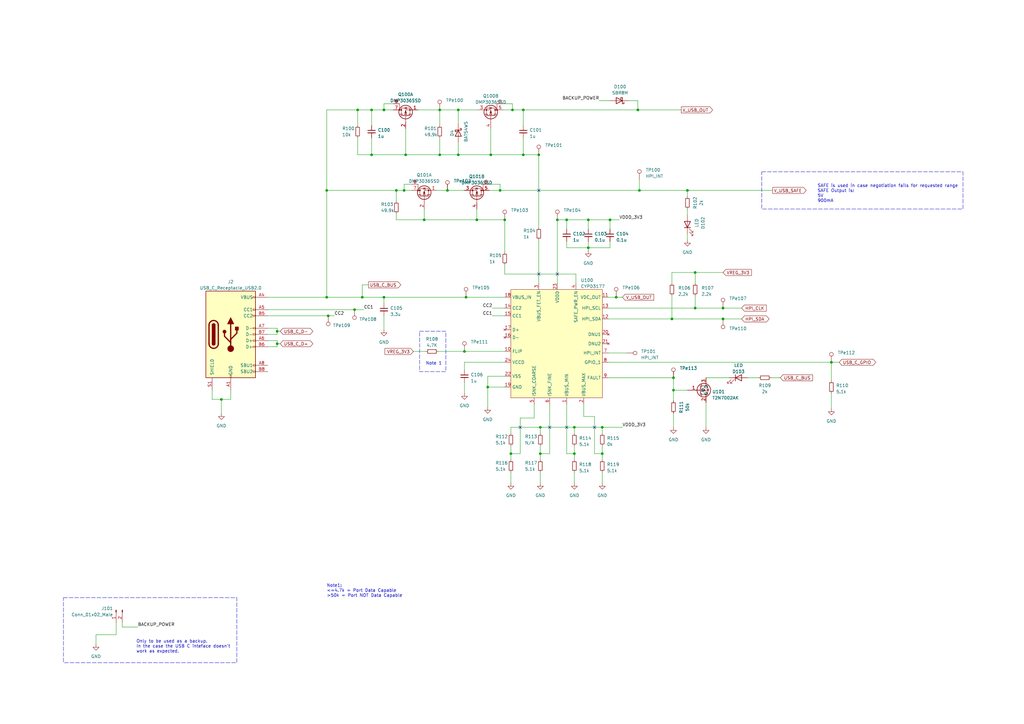
<source format=kicad_sch>
(kicad_sch (version 20230121) (generator eeschema)
  (paper "A3")
  (lib_symbols
    (symbol "Connector:Conn_01x02_Male" (pin_names (offset 1.016) hide)
      (property "Reference" "J" (at 0 2.54 0))
      (property "Value" "Conn_01x02_Male" (at 0 -5.08 0))
      (symbol "Conn_01x02_Male_1_1"
        (polyline (pts (xy 1.27 -2.54) (xy 0.8636 -2.54)) (stroke (width 0.1524)))
        (polyline (pts (xy 1.27 0) (xy 0.8636 0)) (stroke (width 0.1524)))
        (rectangle (start 0.8636 -2.413) (end 0 -2.667) (stroke (width 0.1524)) (fill (type outline)))
        (rectangle (start 0.8636 0.127) (end 0 -0.127) (stroke (width 0.1524)) (fill (type outline)))
        (pin passive line (at 5.08 0 180) (length 3.81) (name "Pin_1") (number "1"))
        (pin passive line (at 5.08 -2.54 180) (length 3.81) (name "Pin_2") (number "2"))
      )
    )
    (symbol "Connector:TestPoint" (pin_numbers hide) (pin_names (offset 0.762) hide)
      (property "Reference" "TP" (at 0 6.858 0))
      (property "Value" "TestPoint" (at 0 5.08 0))
      (symbol "TestPoint_0_1"
        (circle (center 0 3.302) (radius 0.762))
      )
      (symbol "TestPoint_1_1"
        (pin passive line (at 0 0 90) (length 2.54) (name "1") (number "1"))
      )
    )
    (symbol "Connector:USB_C_Receptacle_USB2.0" (pin_names (offset 1.016))
      (property "Reference" "J" (at -10.16 19.05 0))
      (property "Value" "USB_C_Receptacle_USB2.0" (at 19.05 19.05 0))
      (symbol "USB_C_Receptacle_USB2.0_0_0"
        (rectangle (start -0.254 -17.78) (end 0.254 -16.764))
        (rectangle (start 10.16 -14.986) (end 9.144 -15.494))
        (rectangle (start 10.16 -12.446) (end 9.144 -12.954))
        (rectangle (start 10.16 -4.826) (end 9.144 -5.334))
        (rectangle (start 10.16 -2.286) (end 9.144 -2.794))
        (rectangle (start 10.16 0.254) (end 9.144 -0.254))
        (rectangle (start 10.16 2.794) (end 9.144 2.286))
        (rectangle (start 10.16 7.874) (end 9.144 7.366))
        (rectangle (start 10.16 10.414) (end 9.144 9.906))
        (rectangle (start 10.16 15.494) (end 9.144 14.986))
      )
      (symbol "USB_C_Receptacle_USB2.0_0_1"
        (rectangle (start -10.16 17.78) (end 10.16 -17.78) (stroke (width 0.254)) (fill (type background)))
        (arc (start -8.89 -3.81) (mid -6.985 -5.7067) (end -5.08 -3.81) (stroke (width 0.508)))
        (arc (start -7.62 -3.81) (mid -6.985 -4.4423) (end -6.35 -3.81) (stroke (width 0.254)))
        (arc (start -7.62 -3.81) (mid -6.985 -4.4423) (end -6.35 -3.81) (stroke (width 0.254)) (fill (type outline)))
        (rectangle (start -7.62 -3.81) (end -6.35 3.81) (stroke (width 0.254)) (fill (type outline)))
        (arc (start -6.35 3.81) (mid -6.985 4.4423) (end -7.62 3.81) (stroke (width 0.254)))
        (arc (start -6.35 3.81) (mid -6.985 4.4423) (end -7.62 3.81) (stroke (width 0.254)) (fill (type outline)))
        (arc (start -5.08 3.81) (mid -6.985 5.7067) (end -8.89 3.81) (stroke (width 0.508)))
        (circle (center -2.54 1.143) (radius 0.635) (stroke (width 0.254)) (fill (type outline)))
        (circle (center 0 -5.842) (radius 1.27) (fill (type outline)))
        (polyline (pts (xy -8.89 -3.81) (xy -8.89 3.81)) (stroke (width 0.508)))
        (polyline (pts (xy -5.08 3.81) (xy -5.08 -3.81)) (stroke (width 0.508)))
        (polyline (pts (xy 0 -5.842) (xy 0 4.318)) (stroke (width 0.508)))
        (polyline (pts (xy 0 -3.302) (xy -2.54 -0.762) (xy -2.54 0.508)) (stroke (width 0.508)))
        (polyline (pts (xy 0 -2.032) (xy 2.54 0.508) (xy 2.54 1.778)) (stroke (width 0.508)))
        (polyline (pts (xy -1.27 4.318) (xy 0 6.858) (xy 1.27 4.318) (xy -1.27 4.318)) (stroke (width 0.254)) (fill (type outline)))
        (rectangle (start 1.905 1.778) (end 3.175 3.048) (stroke (width 0.254)) (fill (type outline)))
      )
      (symbol "USB_C_Receptacle_USB2.0_1_1"
        (pin passive line (at 0 -22.86 90) (length 5.08) (name "GND") (number "A1"))
        (pin passive line (at 0 -22.86 90) (length 5.08) hide (name "GND") (number "A12"))
        (pin passive line (at 15.24 15.24 180) (length 5.08) (name "VBUS") (number "A4"))
        (pin bidirectional line (at 15.24 10.16 180) (length 5.08) (name "CC1") (number "A5"))
        (pin bidirectional line (at 15.24 -2.54 180) (length 5.08) (name "D+") (number "A6"))
        (pin bidirectional line (at 15.24 2.54 180) (length 5.08) (name "D-") (number "A7"))
        (pin bidirectional line (at 15.24 -12.7 180) (length 5.08) (name "SBU1") (number "A8"))
        (pin passive line (at 15.24 15.24 180) (length 5.08) hide (name "VBUS") (number "A9"))
        (pin passive line (at 0 -22.86 90) (length 5.08) hide (name "GND") (number "B1"))
        (pin passive line (at 0 -22.86 90) (length 5.08) hide (name "GND") (number "B12"))
        (pin passive line (at 15.24 15.24 180) (length 5.08) hide (name "VBUS") (number "B4"))
        (pin bidirectional line (at 15.24 7.62 180) (length 5.08) (name "CC2") (number "B5"))
        (pin bidirectional line (at 15.24 -5.08 180) (length 5.08) (name "D+") (number "B6"))
        (pin bidirectional line (at 15.24 0 180) (length 5.08) (name "D-") (number "B7"))
        (pin bidirectional line (at 15.24 -15.24 180) (length 5.08) (name "SBU2") (number "B8"))
        (pin passive line (at 15.24 15.24 180) (length 5.08) hide (name "VBUS") (number "B9"))
        (pin passive line (at -7.62 -22.86 90) (length 5.08) (name "SHIELD") (number "S1"))
      )
    )
    (symbol "Device:C_Small" (pin_numbers hide) (pin_names (offset 0.254) hide)
      (property "Reference" "C" (at 0.254 1.778 0))
      (property "Value" "C_Small" (at 0.254 -2.032 0))
      (symbol "C_Small_0_1"
        (polyline (pts (xy -1.524 -0.508) (xy 1.524 -0.508)) (stroke (width 0.3302)))
        (polyline (pts (xy -1.524 0.508) (xy 1.524 0.508)) (stroke (width 0.3048)))
      )
      (symbol "C_Small_1_1"
        (pin passive line (at 0 2.54 270) (length 2.032) (name "~") (number "1"))
        (pin passive line (at 0 -2.54 90) (length 2.032) (name "~") (number "2"))
      )
    )
    (symbol "Device:D_Schottky" (pin_numbers hide) (pin_names (offset 1.016) hide)
      (property "Reference" "D" (at 0 2.54 0))
      (property "Value" "D_Schottky" (at 0 -2.54 0))
      (symbol "D_Schottky_0_1"
        (polyline (pts (xy 1.27 0) (xy -1.27 0)))
        (polyline (pts (xy 1.27 1.27) (xy 1.27 -1.27) (xy -1.27 0) (xy 1.27 1.27)) (stroke (width 0.254)))
        (polyline (pts (xy -1.905 0.635) (xy -1.905 1.27) (xy -1.27 1.27) (xy -1.27 -1.27) (xy -0.635 -1.27) (xy -0.635 -0.635)) (stroke (width 0.254)))
      )
      (symbol "D_Schottky_1_1"
        (pin passive line (at -3.81 0 0) (length 2.54) (name "K") (number "1"))
        (pin passive line (at 3.81 0 180) (length 2.54) (name "A") (number "2"))
      )
    )
    (symbol "Device:LED" (pin_numbers hide) (pin_names (offset 1.016) hide)
      (property "Reference" "D" (at 0 2.54 0))
      (property "Value" "LED" (at 0 -2.54 0))
      (symbol "LED_0_1"
        (polyline (pts (xy -1.27 -1.27) (xy -1.27 1.27)) (stroke (width 0.254)))
        (polyline (pts (xy -1.27 0) (xy 1.27 0)))
        (polyline (pts (xy 1.27 -1.27) (xy 1.27 1.27) (xy -1.27 0) (xy 1.27 -1.27)) (stroke (width 0.254)))
        (polyline (pts (xy -3.048 -0.762) (xy -4.572 -2.286) (xy -3.81 -2.286) (xy -4.572 -2.286) (xy -4.572 -1.524)))
        (polyline (pts (xy -1.778 -0.762) (xy -3.302 -2.286) (xy -2.54 -2.286) (xy -3.302 -2.286) (xy -3.302 -1.524)))
      )
      (symbol "LED_1_1"
        (pin passive line (at -3.81 0 0) (length 2.54) (name "K") (number "1"))
        (pin passive line (at 3.81 0 180) (length 2.54) (name "A") (number "2"))
      )
    )
    (symbol "Device:Q_Dual_PMOS_S1G1S2G2D2D2D1D1" (pin_names (offset 0) hide)
      (property "Reference" "Q" (at 6.35 1.27 0))
      (property "Value" "Q_Dual_PMOS_S1G1S2G2D2D2D1D1" (at 21.59 -1.27 0))
      (symbol "Q_Dual_PMOS_S1G1S2G2D2D2D1D1_0_1"
        (polyline (pts (xy 0.254 0) (xy -2.54 0)))
        (polyline (pts (xy 0.254 1.905) (xy 0.254 -1.905)) (stroke (width 0.254)))
        (polyline (pts (xy 0.762 -1.27) (xy 0.762 -2.286)) (stroke (width 0.254)))
        (polyline (pts (xy 0.762 0.508) (xy 0.762 -0.508)) (stroke (width 0.254)))
        (polyline (pts (xy 0.762 2.286) (xy 0.762 1.27)) (stroke (width 0.254)))
        (polyline (pts (xy 2.54 2.54) (xy 2.54 1.778)))
        (polyline (pts (xy 2.54 -2.54) (xy 2.54 0) (xy 0.762 0)))
        (polyline (pts (xy 0.762 1.778) (xy 3.302 1.778) (xy 3.302 -1.778) (xy 0.762 -1.778)))
        (polyline (pts (xy 2.286 0) (xy 1.27 0.381) (xy 1.27 -0.381) (xy 2.286 0)) (fill (type outline)))
        (polyline (pts (xy 2.794 -0.508) (xy 2.921 -0.381) (xy 3.683 -0.381) (xy 3.81 -0.254)))
        (polyline (pts (xy 3.302 -0.381) (xy 2.921 0.254) (xy 3.683 0.254) (xy 3.302 -0.381)))
        (circle (center 1.651 0) (radius 2.794) (stroke (width 0.254)))
        (circle (center 2.54 -1.778) (radius 0.254) (fill (type outline)))
        (circle (center 2.54 1.778) (radius 0.254) (fill (type outline)))
        (circle (center 2.54 2.54) (radius 0.254) (fill (type outline)))
        (rectangle (start 5.08 2.54) (end 2.54 2.54))
      )
      (symbol "Q_Dual_PMOS_S1G1S2G2D2D2D1D1_1_1"
        (pin passive line (at 2.54 -5.08 90) (length 2.54) (name "S") (number "1"))
        (pin input line (at -5.08 0 0) (length 2.54) (name "G") (number "2"))
        (pin passive line (at 2.54 5.08 270) (length 2.54) (name "D") (number "7"))
        (pin passive line (at 5.08 5.08 270) (length 2.54) (name "G") (number "8"))
      )
      (symbol "Q_Dual_PMOS_S1G1S2G2D2D2D1D1_2_1"
        (pin passive line (at 2.54 -5.08 90) (length 2.54) (name "S") (number "3"))
        (pin input line (at -5.08 0 0) (length 2.54) (name "G") (number "4"))
        (pin passive line (at 2.54 5.08 270) (length 2.54) (name "D") (number "5"))
        (pin passive line (at 5.08 5.08 270) (length 2.54) (name "G") (number "6"))
      )
    )
    (symbol "Device:R_Small" (pin_numbers hide) (pin_names (offset 0.254) hide)
      (property "Reference" "R" (at 0.762 0.508 0))
      (property "Value" "R_Small" (at 0.762 -1.016 0))
      (symbol "R_Small_0_1"
        (rectangle (start -0.762 1.778) (end 0.762 -1.778) (stroke (width 0.2032)))
      )
      (symbol "R_Small_1_1"
        (pin passive line (at 0 2.54 270) (length 0.762) (name "~") (number "1"))
        (pin passive line (at 0 -2.54 90) (length 0.762) (name "~") (number "2"))
      )
    )
    (symbol "User_MOSFET:T2N7002AK,LM"
      (property "Reference" "U" (at 2.54 5.08 0))
      (property "Value" "T2N7002AK" (at 6.985 3.175 0))
      (symbol "T2N7002AK,LM_0_1"
        (circle (center -0.889 -0.635) (radius 2.794) (stroke (width 0.254)))
        (circle (center 0 -2.413) (radius 0.254) (fill (type outline)))
        (polyline (pts (xy -2.286 -0.635) (xy -5.08 -0.635)))
        (polyline (pts (xy -2.286 1.27) (xy -2.286 -2.54)) (stroke (width 0.254)))
        (polyline (pts (xy -1.778 -1.905) (xy -1.778 -2.921)) (stroke (width 0.254)))
        (polyline (pts (xy -1.778 -0.127) (xy -1.778 -1.143)) (stroke (width 0.254)))
        (polyline (pts (xy -1.778 1.651) (xy -1.778 0.635)) (stroke (width 0.254)))
        (polyline (pts (xy 0 1.905) (xy 0 1.143)))
        (polyline (pts (xy 0 -3.175) (xy 0 -0.635) (xy -1.778 -0.635)))
        (polyline (pts (xy -1.778 -2.413) (xy 0.762 -2.413) (xy 0.762 1.143) (xy -1.778 1.143)))
        (polyline (pts (xy -1.524 -0.635) (xy -0.508 -0.254) (xy -0.508 -1.016) (xy -1.524 -0.635)) (fill (type outline)))
        (polyline (pts (xy 0.254 -0.127) (xy 0.381 -0.254) (xy 1.143 -0.254) (xy 1.27 -0.381)))
        (polyline (pts (xy 0.762 -0.254) (xy 0.381 -0.889) (xy 1.143 -0.889) (xy 0.762 -0.254)))
        (circle (center 0 1.143) (radius 0.254) (fill (type outline)))
      )
      (symbol "T2N7002AK,LM_1_1"
        (pin input line (at -7.62 -0.635 0) (length 5.08) (name "G") (number "1"))
        (pin passive line (at 0 -5.715 90) (length 2.54) (name "S") (number "2"))
        (pin passive line (at 0 4.445 270) (length 2.54) (name "D") (number "3"))
      )
    )
    (symbol "User_USB_C_PD:CYPD3177"
      (property "Reference" "U" (at 11.43 8.255 0))
      (property "Value" "CYPD3177" (at 15.24 6.35 0))
      (symbol "CYPD3177_1_1"
        (rectangle (start -19.05 5.08) (end 18.415 -39.37) (fill (type background)))
        (pin input line (at 3.81 -41.91 90) (length 2.54) (name "VBUS_MIN") (number "1"))
        (pin input line (at -21.59 -20.32 0) (length 2.54) (name "FLIP") (number "10"))
        (pin input line (at 20.955 1.905 180) (length 2.54) (name "VDC_OUT") (number "11"))
        (pin input line (at 20.955 -6.985 180) (length 2.54) (name "HPI_SDA") (number "12"))
        (pin input line (at 20.955 -2.54 180) (length 2.54) (name "HPI_SCL") (number "13"))
        (pin input line (at -21.59 -2.54 0) (length 2.54) (name "CC2") (number "14"))
        (pin input line (at -21.59 -5.715 0) (length 2.54) (name "CC1") (number "15"))
        (pin no_connect line (at -21.59 -14.605 0) (length 2.54) (name "D-") (number "16"))
        (pin no_connect line (at -21.59 -11.43 0) (length 2.54) (name "D+") (number "17"))
        (pin input line (at -21.59 1.905 0) (length 2.54) (name "VBUS_IN") (number "18"))
        (pin input line (at -21.59 -34.925 0) (length 2.54) (name "GND") (number "19"))
        (pin input line (at 10.795 -41.91 90) (length 2.54) (name "VBUS_MAX") (number "2"))
        (pin no_connect line (at 20.955 -13.335 180) (length 2.54) (name "DNU1") (number "20"))
        (pin no_connect line (at 20.955 -17.145 180) (length 2.54) (name "DNU2") (number "21"))
        (pin input line (at -21.59 -30.48 0) (length 2.54) (name "VSS") (number "22"))
        (pin input line (at 0 7.62 270) (length 2.54) (name "VDDD") (number "23"))
        (pin input line (at -21.59 -24.765 0) (length 2.54) (name "VCCD") (number "24"))
        (pin input line (at -7.62 7.62 270) (length 2.54) (name "VBUS_FET_EN") (number "3"))
        (pin input line (at 7.62 7.62 270) (length 2.54) (name "SAFE_PWR_EN") (number "4"))
        (pin input line (at -9.525 -41.91 90) (length 2.54) (name "ISNK_COARSE") (number "5"))
        (pin input line (at -3.175 -41.91 90) (length 2.54) (name "ISNK_FINE") (number "6"))
        (pin input line (at 20.955 -20.955 180) (length 2.54) (name "HPI_INT") (number "7"))
        (pin input line (at 20.955 -24.765 180) (length 2.54) (name "GPIO_1") (number "8"))
        (pin input line (at 20.955 -31.115 180) (length 2.54) (name "FAULT") (number "9"))
      )
    )
    (symbol "power:GND" (power) (pin_names (offset 0))
      (property "Value" "GND" (at 0 -3.81 0))
      (symbol "GND_0_1"
        (polyline (pts (xy 0 0) (xy 0 -1.27) (xy 1.27 -1.27) (xy 0 -2.54) (xy -1.27 -1.27) (xy 0 -1.27)))
      )
      (symbol "GND_1_1"
        (pin power_in line (at 0 0 270) (length 0) hide (name "GND") (number "1"))
      )
    )
  )
  (junction (at 200.025 158.75))
  (junction (at 113.665 140.97))
  (junction (at 152.4 63.5))
  (junction (at 146.685 45.085))
  (junction (at 133.985 78.105))
  (junction (at 214.63 45.085))
  (junction (at 195.58 90.17))
  (junction (at 285.115 111.76))
  (junction (at 201.295 63.5))
  (junction (at 235.585 175.26))
  (junction (at 214.63 63.5))
  (junction (at 148.59 121.92))
  (junction (at 261.62 45.085))
  (junction (at 180.34 45.085))
  (junction (at 152.4 45.085))
  (junction (at 157.48 121.92))
  (junction (at 210.185 45.085))
  (junction (at 190.5 144.145))
  (junction (at 205.105 78.105))
  (junction (at 228.6 90.17))
  (junction (at 173.99 90.17))
  (junction (at 276.225 154.94))
  (junction (at 221.615 186.055))
  (junction (at 247.015 175.26))
  (junction (at 221.615 175.26))
  (junction (at 296.545 130.81))
  (junction (at 113.665 135.89))
  (junction (at 276.225 160.02))
  (junction (at 262.255 78.105))
  (junction (at 250.19 90.17))
  (junction (at 252.73 121.92))
  (junction (at 235.585 186.055))
  (junction (at 90.805 163.83))
  (junction (at 187.96 63.5))
  (junction (at 209.55 186.055))
  (junction (at 340.995 148.59))
  (junction (at 220.98 63.5))
  (junction (at 241.3 101.6))
  (junction (at 145.415 127))
  (junction (at 285.115 126.365))
  (junction (at 157.48 45.085))
  (junction (at 247.015 186.055))
  (junction (at 133.985 121.92))
  (junction (at 241.3 90.17))
  (junction (at 296.545 126.365))
  (junction (at 165.735 78.105))
  (junction (at 180.34 63.5))
  (junction (at 207.01 90.17))
  (junction (at 275.59 130.81))
  (junction (at 232.41 90.17))
  (junction (at 187.96 45.085))
  (junction (at 183.515 78.105))
  (junction (at 166.37 63.5))
  (junction (at 191.135 121.92))
  (junction (at 281.94 78.105))
  (junction (at 134.62 129.54))
  (junction (at 162.56 78.105))
  (no_connect (at 225.425 175.26))
  (no_connect (at 228.6 112.395))
  (no_connect (at 220.98 112.395))
  (no_connect (at 220.98 78.105))
  (no_connect (at 232.41 175.26))
  (no_connect (at 243.84 175.26))
  (no_connect (at 213.36 175.26))
  (wire (pts (xy 221.615 175.26) (xy 235.585 175.26)))
  (wire (pts (xy 195.58 85.725) (xy 195.58 90.17)))
  (wire (pts (xy 133.985 78.105) (xy 133.985 45.085)))
  (wire (pts (xy 209.55 175.26) (xy 221.615 175.26)))
  (wire (pts (xy 179.07 78.105) (xy 183.515 78.105)))
  (wire (pts (xy 200.66 75.565) (xy 205.105 75.565)))
  (wire (pts (xy 90.805 163.83) (xy 94.615 163.83)))
  (wire (pts (xy 289.56 165.1) (xy 289.56 175.26)))
  (wire (pts (xy 146.685 45.085) (xy 152.4 45.085)))
  (wire (pts (xy 232.41 101.6) (xy 232.41 99.06)))
  (wire (pts (xy 165.735 78.105) (xy 168.91 78.105)))
  (wire (pts (xy 113.665 140.97) (xy 114.935 140.97)))
  (wire (pts (xy 152.4 63.5) (xy 166.37 63.5)))
  (wire (pts (xy 162.56 82.55) (xy 162.56 78.105)))
  (wire (pts (xy 236.22 112.395) (xy 207.01 112.395)))
  (wire (pts (xy 276.225 160.02) (xy 276.225 164.465)))
  (wire (pts (xy 209.55 186.055) (xy 209.55 188.595)))
  (wire (pts (xy 220.98 93.345) (xy 220.98 63.5)))
  (wire (pts (xy 219.075 171.45) (xy 213.36 171.45)))
  (wire (pts (xy 225.425 165.735) (xy 225.425 186.055)))
  (wire (pts (xy 200.66 78.105) (xy 205.105 78.105)))
  (wire (pts (xy 190.5 156.845) (xy 190.5 161.29)))
  (wire (pts (xy 157.48 121.92) (xy 191.135 121.92)))
  (wire (pts (xy 219.075 171.45) (xy 219.075 165.735)))
  (wire (pts (xy 157.48 121.92) (xy 157.48 124.46)))
  (wire (pts (xy 113.665 137.16) (xy 113.665 135.89)))
  (wire (pts (xy 210.185 45.085) (xy 214.63 45.085)))
  (wire (pts (xy 162.56 78.105) (xy 165.735 78.105)))
  (wire (pts (xy 207.01 126.365) (xy 201.93 126.365)))
  (wire (pts (xy 213.36 186.055) (xy 209.55 186.055)))
  (wire (pts (xy 213.36 171.45) (xy 213.36 186.055)))
  (wire (pts (xy 281.94 78.105) (xy 281.94 80.645)))
  (wire (pts (xy 207.01 154.305) (xy 200.025 154.305)))
  (wire (pts (xy 285.115 126.365) (xy 296.545 126.365)))
  (wire (pts (xy 152.4 45.085) (xy 152.4 51.435)))
  (wire (pts (xy 340.995 148.59) (xy 340.995 156.21)))
  (wire (pts (xy 261.62 41.275) (xy 261.62 45.085)))
  (wire (pts (xy 239.395 165.735) (xy 239.395 170.815)))
  (wire (pts (xy 113.665 134.62) (xy 113.665 135.89)))
  (wire (pts (xy 180.34 63.5) (xy 166.37 63.5)))
  (wire (pts (xy 221.615 193.675) (xy 221.615 198.12)))
  (wire (pts (xy 247.015 175.26) (xy 255.27 175.26)))
  (wire (pts (xy 247.015 175.26) (xy 247.015 177.8)))
  (wire (pts (xy 236.22 116.205) (xy 236.22 112.395)))
  (wire (pts (xy 207.01 103.505) (xy 207.01 90.17)))
  (wire (pts (xy 179.705 144.145) (xy 190.5 144.145)))
  (wire (pts (xy 296.545 111.76) (xy 285.115 111.76)))
  (wire (pts (xy 113.665 135.89) (xy 114.935 135.89)))
  (wire (pts (xy 109.855 137.16) (xy 113.665 137.16)))
  (wire (pts (xy 207.01 129.54) (xy 201.93 129.54)))
  (wire (pts (xy 276.225 169.545) (xy 276.225 175.26)))
  (wire (pts (xy 206.375 42.545) (xy 210.185 42.545)))
  (wire (pts (xy 250.19 90.17) (xy 254 90.17)))
  (wire (pts (xy 221.615 175.26) (xy 221.615 177.8)))
  (wire (pts (xy 249.555 148.59) (xy 340.995 148.59)))
  (wire (pts (xy 148.59 116.84) (xy 148.59 121.92)))
  (wire (pts (xy 285.115 111.76) (xy 285.115 116.205)))
  (wire (pts (xy 133.985 121.92) (xy 133.985 78.105)))
  (wire (pts (xy 109.855 142.24) (xy 113.665 142.24)))
  (wire (pts (xy 180.34 45.085) (xy 180.34 51.435)))
  (wire (pts (xy 235.585 193.675) (xy 235.585 198.12)))
  (wire (pts (xy 146.685 63.5) (xy 152.4 63.5)))
  (wire (pts (xy 50.165 255.27) (xy 50.165 257.175)))
  (wire (pts (xy 340.995 161.29) (xy 340.995 167.64)))
  (wire (pts (xy 86.995 163.83) (xy 90.805 163.83)))
  (wire (pts (xy 109.855 139.7) (xy 113.665 139.7)))
  (wire (pts (xy 221.615 186.055) (xy 221.615 188.595)))
  (wire (pts (xy 250.19 90.17) (xy 250.19 93.98)))
  (wire (pts (xy 207.01 90.17) (xy 195.58 90.17)))
  (wire (pts (xy 250.19 101.6) (xy 241.3 101.6)))
  (wire (pts (xy 228.6 116.205) (xy 228.6 90.17)))
  (wire (pts (xy 261.62 45.085) (xy 279.4 45.085)))
  (wire (pts (xy 296.545 126.365) (xy 304.165 126.365)))
  (wire (pts (xy 249.555 121.92) (xy 252.73 121.92)))
  (wire (pts (xy 235.585 182.88) (xy 235.585 186.055)))
  (wire (pts (xy 235.585 186.055) (xy 235.585 188.595)))
  (wire (pts (xy 207.01 158.75) (xy 200.025 158.75)))
  (wire (pts (xy 146.685 51.435) (xy 146.685 45.085)))
  (wire (pts (xy 157.48 42.545) (xy 161.29 42.545)))
  (wire (pts (xy 152.4 56.515) (xy 152.4 63.5)))
  (wire (pts (xy 171.45 45.085) (xy 180.34 45.085)))
  (wire (pts (xy 207.01 112.395) (xy 207.01 108.585)))
  (wire (pts (xy 320.04 154.94) (xy 316.23 154.94)))
  (wire (pts (xy 86.995 160.02) (xy 86.995 163.83)))
  (wire (pts (xy 205.105 75.565) (xy 205.105 78.105)))
  (wire (pts (xy 191.135 121.92) (xy 207.01 121.92)))
  (wire (pts (xy 168.91 75.565) (xy 165.735 75.565)))
  (wire (pts (xy 275.59 121.285) (xy 275.59 130.81)))
  (wire (pts (xy 187.96 63.5) (xy 180.34 63.5)))
  (wire (pts (xy 243.84 170.815) (xy 243.84 186.055)))
  (wire (pts (xy 275.59 111.76) (xy 275.59 116.205)))
  (wire (pts (xy 250.19 99.06) (xy 250.19 101.6)))
  (wire (pts (xy 205.105 78.105) (xy 262.255 78.105)))
  (wire (pts (xy 209.55 177.8) (xy 209.55 175.26)))
  (wire (pts (xy 187.96 45.085) (xy 196.215 45.085)))
  (wire (pts (xy 214.63 63.5) (xy 201.295 63.5)))
  (wire (pts (xy 133.985 121.92) (xy 148.59 121.92)))
  (wire (pts (xy 109.855 134.62) (xy 113.665 134.62)))
  (wire (pts (xy 228.6 90.17) (xy 232.41 90.17)))
  (wire (pts (xy 152.4 45.085) (xy 157.48 45.085)))
  (wire (pts (xy 340.995 148.59) (xy 344.17 148.59)))
  (wire (pts (xy 195.58 90.17) (xy 173.99 90.17)))
  (wire (pts (xy 276.225 154.94) (xy 249.555 154.94)))
  (wire (pts (xy 249.555 144.78) (xy 257.175 144.78)))
  (wire (pts (xy 146.685 63.5) (xy 146.685 56.515)))
  (wire (pts (xy 210.185 42.545) (xy 210.185 45.085)))
  (wire (pts (xy 257.81 41.275) (xy 261.62 41.275)))
  (wire (pts (xy 252.73 121.92) (xy 255.27 121.92)))
  (wire (pts (xy 220.98 116.205) (xy 220.98 98.425)))
  (wire (pts (xy 165.735 75.565) (xy 165.735 78.105)))
  (wire (pts (xy 285.115 121.285) (xy 285.115 126.365)))
  (wire (pts (xy 50.165 257.175) (xy 56.515 257.175)))
  (wire (pts (xy 47.625 260.35) (xy 39.37 260.35)))
  (wire (pts (xy 90.805 163.83) (xy 90.805 169.545)))
  (wire (pts (xy 235.585 175.26) (xy 235.585 177.8)))
  (wire (pts (xy 241.3 90.17) (xy 250.19 90.17)))
  (wire (pts (xy 180.34 56.515) (xy 180.34 63.5)))
  (wire (pts (xy 157.48 129.54) (xy 157.48 135.255)))
  (wire (pts (xy 232.41 93.98) (xy 232.41 90.17)))
  (wire (pts (xy 39.37 260.35) (xy 39.37 264.16)))
  (wire (pts (xy 201.295 52.705) (xy 201.295 63.5)))
  (wire (pts (xy 262.255 73.66) (xy 262.255 78.105)))
  (wire (pts (xy 241.3 101.6) (xy 241.3 102.87)))
  (wire (pts (xy 241.3 99.06) (xy 241.3 101.6)))
  (wire (pts (xy 169.545 144.145) (xy 174.625 144.145)))
  (wire (pts (xy 281.94 78.105) (xy 316.865 78.105)))
  (wire (pts (xy 109.855 121.92) (xy 133.985 121.92)))
  (wire (pts (xy 157.48 45.085) (xy 157.48 42.545)))
  (wire (pts (xy 241.3 90.17) (xy 241.3 93.98)))
  (wire (pts (xy 311.15 154.94) (xy 306.705 154.94)))
  (wire (pts (xy 214.63 56.515) (xy 214.63 63.5)))
  (wire (pts (xy 148.59 121.92) (xy 157.48 121.92)))
  (wire (pts (xy 232.41 186.055) (xy 235.585 186.055)))
  (wire (pts (xy 281.94 85.725) (xy 281.94 88.265)))
  (wire (pts (xy 296.545 130.81) (xy 304.165 130.81)))
  (wire (pts (xy 243.84 186.055) (xy 247.015 186.055)))
  (wire (pts (xy 299.085 154.94) (xy 289.56 154.94)))
  (wire (pts (xy 109.855 129.54) (xy 134.62 129.54)))
  (wire (pts (xy 285.115 111.76) (xy 275.59 111.76)))
  (wire (pts (xy 94.615 160.02) (xy 94.615 163.83)))
  (wire (pts (xy 190.5 148.59) (xy 207.01 148.59)))
  (wire (pts (xy 220.98 63.5) (xy 214.63 63.5)))
  (wire (pts (xy 201.295 63.5) (xy 187.96 63.5)))
  (wire (pts (xy 214.63 45.085) (xy 261.62 45.085)))
  (wire (pts (xy 162.56 90.17) (xy 162.56 87.63)))
  (wire (pts (xy 241.3 101.6) (xy 232.41 101.6)))
  (wire (pts (xy 214.63 45.085) (xy 214.63 51.435)))
  (wire (pts (xy 183.515 78.105) (xy 190.5 78.105)))
  (wire (pts (xy 173.99 90.17) (xy 173.99 85.725)))
  (wire (pts (xy 200.025 158.75) (xy 200.025 167.005)))
  (wire (pts (xy 113.665 139.7) (xy 113.665 140.97)))
  (wire (pts (xy 200.025 154.305) (xy 200.025 158.75)))
  (wire (pts (xy 187.96 58.42) (xy 187.96 63.5)))
  (wire (pts (xy 225.425 186.055) (xy 221.615 186.055)))
  (wire (pts (xy 173.99 90.17) (xy 162.56 90.17)))
  (wire (pts (xy 151.13 116.84) (xy 148.59 116.84)))
  (wire (pts (xy 187.96 45.085) (xy 187.96 50.8)))
  (wire (pts (xy 190.5 144.145) (xy 207.01 144.145)))
  (wire (pts (xy 145.415 127) (xy 149.225 127)))
  (wire (pts (xy 113.665 142.24) (xy 113.665 140.97)))
  (wire (pts (xy 235.585 175.26) (xy 247.015 175.26)))
  (wire (pts (xy 281.94 160.02) (xy 276.225 160.02)))
  (wire (pts (xy 133.985 78.105) (xy 162.56 78.105)))
  (wire (pts (xy 247.015 182.88) (xy 247.015 186.055)))
  (wire (pts (xy 232.41 90.17) (xy 241.3 90.17)))
  (wire (pts (xy 206.375 45.085) (xy 210.185 45.085)))
  (wire (pts (xy 209.55 198.12) (xy 209.55 193.675)))
  (wire (pts (xy 47.625 255.27) (xy 47.625 260.35)))
  (wire (pts (xy 245.745 41.275) (xy 250.19 41.275)))
  (wire (pts (xy 249.555 130.81) (xy 275.59 130.81)))
  (wire (pts (xy 247.015 186.055) (xy 247.015 188.595)))
  (wire (pts (xy 239.395 170.815) (xy 243.84 170.815)))
  (wire (pts (xy 109.855 127) (xy 145.415 127)))
  (wire (pts (xy 262.255 78.105) (xy 281.94 78.105)))
  (wire (pts (xy 276.225 160.02) (xy 276.225 154.94)))
  (wire (pts (xy 275.59 130.81) (xy 296.545 130.81)))
  (wire (pts (xy 133.985 45.085) (xy 146.685 45.085)))
  (wire (pts (xy 157.48 45.085) (xy 161.29 45.085)))
  (wire (pts (xy 166.37 63.5) (xy 166.37 52.705)))
  (wire (pts (xy 232.41 165.735) (xy 232.41 186.055)))
  (wire (pts (xy 209.55 182.88) (xy 209.55 186.055)))
  (wire (pts (xy 180.34 45.085) (xy 187.96 45.085)))
  (wire (pts (xy 249.555 126.365) (xy 285.115 126.365)))
  (wire (pts (xy 190.5 151.765) (xy 190.5 148.59)))
  (wire (pts (xy 281.94 95.885) (xy 281.94 98.425)))
  (wire (pts (xy 247.015 193.675) (xy 247.015 198.12)))
  (wire (pts (xy 221.615 182.88) (xy 221.615 186.055)))
  (wire (pts (xy 134.62 129.54) (xy 137.16 129.54)))
  (rectangle (start 26.035 245.11) (end 97.155 271.78) (stroke (width 0) (type dash)))
  (rectangle (start 312.42 70.485) (end 394.97 85.725) (stroke (width 0) (type dash)))
  (rectangle (start 172.085 135.89) (end 182.88 152.4) (stroke (width 0) (type dash)))
  (text "Note 1" (at 174.625 149.86 0) (effects (font (size 1.27 1.27)) (justify left bottom)))
  (text "Only to be used as a backup.\nIn the case the USB C inteface doesn't\nwork as expected." (at 55.88 267.97 0) (effects (font (size 1.27 1.27)) (justify left bottom)))
  (text "Note1:\n<=4.7k = Port Data Capable\n>50k = Port NOT Data Capable" (at 133.985 245.11 0) (effects (font (size 1.27 1.27)) (justify left bottom)))
  (text "SAFE is used in case negotiation fails for requested range\nSAFE Output is:\n5V\n900mA" (at 335.28 83.185 0) (effects (font (size 1.27 1.27)) (justify left bottom)))
  (label "CC2" (at 201.93 126.365 180))
  (label "CC1" (at 201.93 129.54 180))
  (label "CC1" (at 149.225 127 0))
  (label "VDDD_3V3" (at 254 90.17 0))
  (label "CC2" (at 137.16 129.54 0))
  (label "BACKUP_POWER" (at 245.745 41.275 180))
  (label "VDDD_3V3" (at 255.27 175.26 0))
  (label "BACKUP_POWER" (at 56.515 257.175 0))
  (global_label "V_USB_OUT" (shape input) (at 255.27 121.92 0) (property "Intersheetrefs" "${INTERSHEET_REFS}" (effects hide)))
  (global_label "HPI_SDA" (shape bidirectional) (at 304.165 130.81 0) (property "Intersheetrefs" "${INTERSHEET_REFS}" (effects hide)))
  (global_label "V_USB_SAFE" (shape output) (at 316.865 78.105 0) (property "Intersheetrefs" "${INTERSHEET_REFS}" (effects hide)))
  (global_label "USB_C_GPIO" (shape bidirectional) (at 344.17 148.59 0) (property "Intersheetrefs" "${INTERSHEET_REFS}" (effects hide)))
  (global_label "VREG_3V3" (shape input) (at 169.545 144.145 180) (property "Intersheetrefs" "${INTERSHEET_REFS}" (effects hide)))
  (global_label "USB_C_D+" (shape bidirectional) (at 114.935 140.97 0) (property "Intersheetrefs" "${INTERSHEET_REFS}" (effects hide)))
  (global_label "USB_C_D-" (shape bidirectional) (at 114.935 135.89 0) (property "Intersheetrefs" "${INTERSHEET_REFS}" (effects hide)))
  (global_label "HPI_CLK" (shape input) (at 304.165 126.365 0) (property "Intersheetrefs" "${INTERSHEET_REFS}" (effects hide)))
  (global_label "V_USB_OUT" (shape output) (at 279.4 45.085 0) (property "Intersheetrefs" "${INTERSHEET_REFS}" (effects hide)))
  (global_label "USB_C_BUS" (shape output) (at 151.13 116.84 0) (property "Intersheetrefs" "${INTERSHEET_REFS}" (effects hide)))
  (global_label "USB_C_BUS" (shape input) (at 320.04 154.94 0) (property "Intersheetrefs" "${INTERSHEET_REFS}" (effects hide)))
  (global_label "VREG_3V3" (shape input) (at 296.545 111.76 0) (property "Intersheetrefs" "${INTERSHEET_REFS}" (effects hide)))
  (symbol (lib_id "Device:R_Small") (at 209.55 191.135 0) (unit 1)
    (property "Reference" "R116" (at 203.2 189.865 0) (effects (justify left)))
    (property "Value" "5.1k" (at 203.2 192.405 0) (effects (justify left)))
    (property "Footprint" "Resistor_SMD:R_0805_2012Metric_Pad1.20x1.40mm_HandSolder" (effects hide))
  )
  (symbol (lib_id "Device:R_Small") (at 247.015 180.34 0) (unit 1)
    (property "Reference" "R115" (at 248.92 179.705 0) (effects (justify left)))
    (property "Value" "0k" (at 248.92 182.245 0) (effects (justify left)))
    (property "Footprint" "Resistor_SMD:R_0805_2012Metric_Pad1.20x1.40mm_HandSolder" (effects hide))
  )
  (symbol (lib_id "Connector:TestPoint") (at 276.225 154.94 0) (unit 1)
    (property "Reference" "TPe113" (at 278.765 151.003 0) (effects (justify left)))
    (property "Value" "TestPoint" (effects hide))
    (property "Footprint" "TestPoint:TestPoint_Pad_D1.0mm" (effects hide))
  )
  (symbol (lib_id "User_USB_C_PD:CYPD3177") (at 228.6 123.825 0) (unit 1)
    (property "Reference" "U100" (at 238.1759 114.935 0) (effects (justify left)))
    (property "Value" "CYPD3177" (at 238.1759 117.475 0) (effects (justify left)))
    (property "Footprint" "Package_DFN_QFN:QFN-24-1EP_4x4mm_P0.5mm_EP2.65x2.65mm" (effects hide))
    (property "Datasheet" "https://www.mouser.com/datasheet/2/196/Infineon_EZ_PD_BCR_Datasheet_USB_Type_C_Port_Contr-3161917.pdf" (effects hide))
    (property "Vendor" "https://www.mouser.com/ProductDetail/Infineon-Technologies/CYPD3177-24LQXQ?qs=PzGy0jfpSMvR3aDH5AdWfA%3D%3D" (effects hide))
    (property "Price" "2.2" (effects hide))
  )
  (symbol (lib_id "Connector:TestPoint") (at 183.515 78.105 0) (unit 1)
    (property "Reference" "TPe102" (at 186.055 74.168 0) (effects (justify left)))
    (property "Value" "TestPoint" (effects hide))
    (property "Footprint" "TestPoint:TestPoint_Pad_D1.0mm" (effects hide))
  )
  (symbol (lib_id "power:GND") (at 221.615 198.12 0) (mirror y) (unit 1)
    (property "Reference" "#PWR0110" (effects hide))
    (property "Value" "GND" (at 221.615 203.2 0))
    (instances (project "battery_charging_devboard" (path "" (reference "#PWR0110") (unit 1))) (project "power_supply" (path "" (reference "#PWR047") (unit 1))))
  )
  (symbol (lib_id "Device:C_Small") (at 232.41 96.52 0) (unit 1)
    (property "Reference" "C102" (at 234.95 95.8913 0) (effects (justify left)))
    (property "Value" "1u" (at 234.95 98.4313 0) (effects (justify left)))
    (property "Footprint" "Capacitor_SMD:C_0805_2012Metric_Pad1.18x1.45mm_HandSolder" (effects hide))
  )
  (symbol (lib_id "Device:R_Small") (at 177.165 144.145 90) (unit 1)
    (property "Reference" "R108" (at 177.165 139.065 90))
    (property "Value" "4.7K" (at 177.165 141.605 90))
    (property "Footprint" "Resistor_SMD:R_0805_2012Metric_Pad1.20x1.40mm_HandSolder" (effects hide))
  )
  (symbol (lib_id "Device:R_Small") (at 285.115 118.745 0) (unit 1)
    (property "Reference" "R107" (at 287.655 118.11 0) (effects (justify left)))
    (property "Value" "2.2k" (at 287.655 120.65 0) (effects (justify left)))
    (property "Footprint" "Resistor_SMD:R_0805_2012Metric_Pad1.20x1.40mm_HandSolder" (effects hide))
  )
  (symbol (lib_id "Device:D_Schottky") (at 254 41.275 180) (unit 1)
    (property "Reference" "D100" (at 254.3175 35.56 0))
    (property "Value" "SBR8M" (at 254.3175 38.1 0))
    (property "Footprint" "Diode_SMD:D_PowerDI-5" (effects hide))
    (property "Datasheet" "https://www.mouser.com/datasheet/2/115/DIOD_S_A0012739531_1-2543616.pdf" (effects hide))
    (property "Vendor" "https://www.mouser.com/ProductDetail/Diodes-Incorporated/SBR8M100P5-13?qs=nJRy1mI8RR96yMJWqGg%252BEg%3D%3D" (effects hide))
    (property "Cost" "0.48" (effects hide))
  )
  (symbol (lib_id "Device:R_Small") (at 207.01 106.045 0) (unit 1)
    (property "Reference" "R105" (at 200.66 104.775 0) (effects (justify left)))
    (property "Value" "1k" (at 200.66 107.315 0) (effects (justify left)))
    (property "Footprint" "Resistor_SMD:R_0805_2012Metric_Pad1.20x1.40mm_HandSolder" (effects hide))
  )
  (symbol (lib_id "Device:R_Small") (at 281.94 83.185 180) (unit 1)
    (property "Reference" "R102" (at 285.115 83.185 90))
    (property "Value" "2k" (at 287.655 83.185 90))
    (property "Footprint" "Resistor_SMD:R_0805_2012Metric_Pad1.20x1.40mm_HandSolder" (effects hide))
  )
  (symbol (lib_id "Connector:TestPoint") (at 220.98 63.5 0) (unit 1)
    (property "Reference" "TPe101" (at 223.52 59.563 0) (effects (justify left)))
    (property "Value" "TestPoint" (effects hide))
    (property "Footprint" "TestPoint:TestPoint_Pad_D1.0mm" (effects hide))
  )
  (symbol (lib_id "Connector:TestPoint") (at 180.34 45.085 0) (unit 1)
    (property "Reference" "TPe100" (at 182.88 41.148 0) (effects (justify left)))
    (property "Value" "TestPoint" (effects hide))
    (property "Footprint" "TestPoint:TestPoint_Pad_D1.0mm" (effects hide))
  )
  (symbol (lib_id "Device:D_Schottky") (at 187.96 54.61 270) (unit 1)
    (property "Reference" "D4" (at 185.42 54.61 0))
    (property "Value" "BAT54WS" (at 191.135 53.975 0))
    (property "Footprint" "Diode_SMD:D_SOD-323_HandSoldering" (effects hide))
    (property "Datasheet" "https://www.mouser.com/datasheet/2/115/DIOD_S_A0004140728_1-2542383.pdf" (effects hide))
    (property "Vendor" "https://www.mouser.com/ProductDetail/Diodes-Incorporated/BAT54WS-7-F?qs=BJo294706GxanB6a%2FKrrdw%3D%3D" (effects hide))
    (property "Price" "0.08" (effects hide))
    (instances (project "battery_charging_devboard" (path "" (reference "D4") (unit 1)) (path "" (reference "D101") (unit 1))))
  )
  (symbol (lib_id "Device:C_Small") (at 241.3 96.52 0) (unit 1)
    (property "Reference" "C103" (at 243.84 95.8913 0) (effects (justify left)))
    (property "Value" "0.1u" (at 243.84 98.4313 0) (effects (justify left)))
    (property "Footprint" "Capacitor_SMD:C_0805_2012Metric_Pad1.18x1.45mm_HandSolder" (effects hide))
  )
  (symbol (lib_id "power:GND") (at 276.225 175.26 0) (mirror y) (unit 1)
    (property "Reference" "#PWR0107" (effects hide))
    (property "Value" "GND" (at 276.225 180.34 0))
    (instances (project "battery_charging_devboard" (path "" (reference "#PWR0107") (unit 1))) (project "power_supply" (path "" (reference "#PWR047") (unit 1))))
  )
  (symbol (lib_id "Connector:TestPoint") (at 296.545 130.81 180) (unit 1)
    (property "Reference" "TPe110" (at 299.085 134.747 0) (effects (justify right)))
    (property "Value" "TestPoint" (effects hide))
    (property "Footprint" "TestPoint:TestPoint_Pad_D1.0mm" (effects hide))
  )
  (symbol (lib_id "power:GND") (at 39.37 264.16 0) (mirror y) (unit 1)
    (property "Reference" "#PWR0113" (effects hide))
    (property "Value" "GND" (at 39.37 269.24 0))
    (instances (project "battery_charging_devboard" (path "" (reference "#PWR0113") (unit 1))) (project "power_supply" (path "" (reference "#PWR02") (unit 1))))
  )
  (symbol (lib_id "power:GND") (at 190.5 161.29 0) (mirror y) (unit 1)
    (property "Reference" "#PWR0103" (effects hide))
    (property "Value" "GND" (at 190.5 166.37 0))
    (instances (project "battery_charging_devboard" (path "" (reference "#PWR0103") (unit 1))) (project "power_supply" (path "" (reference "#PWR047") (unit 1))))
  )
  (symbol (lib_id "Device:R_Small") (at 221.615 191.135 0) (unit 1)
    (property "Reference" "R117" (at 215.265 189.865 0) (effects (justify left)))
    (property "Value" "5.1k" (at 215.265 192.405 0) (effects (justify left)))
    (property "Footprint" "Resistor_SMD:R_0805_2012Metric_Pad1.20x1.40mm_HandSolder" (effects hide))
  )
  (symbol (lib_id "Connector:TestPoint") (at 296.545 126.365 0) (unit 1)
    (property "Reference" "TPe107" (at 299.085 122.428 0) (effects (justify left)))
    (property "Value" "TestPoint" (effects hide))
    (property "Footprint" "TestPoint:TestPoint_Pad_D1.0mm" (effects hide))
  )
  (symbol (lib_id "power:GND") (at 289.56 175.26 0) (mirror y) (unit 1)
    (property "Reference" "#PWR0108" (effects hide))
    (property "Value" "GND" (at 289.56 180.34 0))
    (instances (project "battery_charging_devboard" (path "" (reference "#PWR0108") (unit 1))) (project "power_supply" (path "" (reference "#PWR047") (unit 1))))
  )
  (symbol (lib_id "power:GND") (at 209.55 198.12 0) (mirror y) (unit 1)
    (property "Reference" "#PWR0109" (effects hide))
    (property "Value" "GND" (at 209.55 203.2 0))
    (instances (project "battery_charging_devboard" (path "" (reference "#PWR0109") (unit 1))) (project "power_supply" (path "" (reference "#PWR047") (unit 1))))
  )
  (symbol (lib_id "Device:R_Small") (at 247.015 191.135 0) (unit 1)
    (property "Reference" "R119" (at 248.92 190.5 0) (effects (justify left)))
    (property "Value" "5.1k" (at 248.92 193.04 0) (effects (justify left)))
    (property "Footprint" "Resistor_SMD:R_0805_2012Metric_Pad1.20x1.40mm_HandSolder" (effects hide))
  )
  (symbol (lib_id "Device:R_Small") (at 275.59 118.745 0) (unit 1)
    (property "Reference" "R106" (at 278.13 118.11 0) (effects (justify left)))
    (property "Value" "2.2k" (at 278.13 120.65 0) (effects (justify left)))
    (property "Footprint" "Resistor_SMD:R_0805_2012Metric_Pad1.20x1.40mm_HandSolder" (effects hide))
  )
  (symbol (lib_id "Device:C_Small") (at 190.5 154.305 0) (unit 1)
    (property "Reference" "C106" (at 193.04 153.6763 0) (effects (justify left)))
    (property "Value" "1u" (at 193.04 156.2163 0) (effects (justify left)))
    (property "Footprint" "Capacitor_SMD:C_0805_2012Metric_Pad1.18x1.45mm_HandSolder" (effects hide))
  )
  (symbol (lib_id "power:GND") (at 157.48 135.255 0) (mirror y) (unit 1)
    (property "Reference" "#PWR0102" (effects hide))
    (property "Value" "GND" (at 157.48 140.335 0))
    (instances (project "battery_charging_devboard" (path "" (reference "#PWR0102") (unit 1))) (project "power_supply" (path "" (reference "#PWR047") (unit 1))))
  )
  (symbol (lib_id "Device:Q_Dual_PMOS_S1G1S2G2D2D2D1D1") (at 195.58 80.645 270) (mirror x) (unit 2)
    (property "Reference" "Q101" (at 195.58 72.39 90))
    (property "Value" "DMP3036SSD" (at 195.58 74.93 90))
    (property "Footprint" "Package_SO:SO-8_3.9x4.9mm_P1.27mm" (effects hide))
    (property "Datasheet" "https://www.diodes.com/assets/Datasheets/DMP3036SSD.pdf" (effects hide))
    (property "Vendor" "https://www.mouser.com/ProductDetail/Diodes-Incorporated/DMP3036SSD-13?qs=OVC8WVYZliQQ%252Bz8nd4Q8aA%3D%3D" (effects hide))
    (property "Price" "0.8" (effects hide))
  )
  (symbol (lib_id "Connector:USB_C_Receptacle_USB2.0") (at 94.615 137.16 0) (unit 1)
    (property "Reference" "J2" (at 94.615 115.57 0))
    (property "Value" "USB_C_Receptacle_USB2.0" (at 94.615 118.11 0))
    (property "Footprint" "Connector_USB:USB_C_Receptacle_Amphenol_12401610E4-2A" (effects hide))
    (property "Datasheet" "https://www.usb.org/sites/default/files/documents/usb_type-c.zip" (effects hide))
    (property "Vendor" "https://www.mouser.com/ProductDetail/Amphenol-Commercial-Products/12401610E42A?qs=EgDjlb95zqAWvChv41w5lg%3D%3D" (effects hide))
    (property "Price" "1.33" (effects hide))
  )
  (symbol (lib_id "Device:R_Small") (at 340.995 158.75 0) (unit 1)
    (property "Reference" "R110" (at 342.9 158.115 0) (effects (justify left)))
    (property "Value" "5.1k" (at 342.9 160.655 0) (effects (justify left)))
    (property "Footprint" "Resistor_SMD:R_0805_2012Metric_Pad1.20x1.40mm_HandSolder" (effects hide))
  )
  (symbol (lib_id "Device:C_Small") (at 157.48 127 0) (unit 1)
    (property "Reference" "C105" (at 160.02 126.3713 0) (effects (justify left)))
    (property "Value" "3.3u" (at 160.02 128.9113 0) (effects (justify left)))
    (property "Footprint" "Capacitor_SMD:C_0805_2012Metric_Pad1.18x1.45mm_HandSolder" (effects hide))
  )
  (symbol (lib_id "Connector:TestPoint") (at 145.415 127 180) (unit 1)
    (property "Reference" "TPe108" (at 147.32 130.937 0) (effects (justify right)))
    (property "Value" "TestPoint" (effects hide))
    (property "Footprint" "TestPoint:TestPoint_Pad_D1.0mm" (effects hide))
  )
  (symbol (lib_id "power:GND") (at 247.015 198.12 0) (mirror y) (unit 1)
    (property "Reference" "#PWR0112" (effects hide))
    (property "Value" "GND" (at 247.015 203.2 0))
    (instances (project "battery_charging_devboard" (path "" (reference "#PWR0112") (unit 1))) (project "power_supply" (path "" (reference "#PWR047") (unit 1))))
  )
  (symbol (lib_id "Connector:TestPoint") (at 340.995 148.59 0) (unit 1)
    (property "Reference" "TPe112" (at 343.535 144.653 0) (effects (justify left)))
    (property "Value" "TestPoint" (effects hide))
    (property "Footprint" "TestPoint:TestPoint_Pad_D1.0mm" (effects hide))
  )
  (symbol (lib_id "Connector:TestPoint") (at 191.135 121.92 0) (unit 1)
    (property "Reference" "TPe105" (at 193.675 117.983 0) (effects (justify left)))
    (property "Value" "TestPoint" (effects hide))
    (property "Footprint" "TestPoint:TestPoint_Pad_D1.0mm" (effects hide))
  )
  (symbol (lib_id "Device:R_Small") (at 220.98 95.885 0) (unit 1)
    (property "Reference" "R104" (at 214.63 94.615 0) (effects (justify left)))
    (property "Value" "1k" (at 214.63 97.155 0) (effects (justify left)))
    (property "Footprint" "Resistor_SMD:R_0805_2012Metric_Pad1.20x1.40mm_HandSolder" (effects hide))
  )
  (symbol (lib_id "Connector:TestPoint") (at 257.175 144.78 270) (unit 1)
    (property "Reference" "TP101" (at 262.89 144.145 90) (effects (justify left)))
    (property "Value" "HPI_INT" (at 262.89 146.685 90) (effects (justify left)))
    (property "Footprint" "TestPoint:TestPoint_Pad_D1.5mm" (effects hide))
  )
  (symbol (lib_id "Device:R_Small") (at 235.585 180.34 0) (unit 1)
    (property "Reference" "R114" (at 237.49 179.705 0) (effects (justify left)))
    (property "Value" "5.1k" (at 237.49 182.245 0) (effects (justify left)))
    (property "Footprint" "Resistor_SMD:R_0805_2012Metric_Pad1.20x1.40mm_HandSolder" (effects hide))
  )
  (symbol (lib_id "Device:Q_Dual_PMOS_S1G1S2G2D2D2D1D1") (at 173.99 80.645 90) (unit 1)
    (property "Reference" "Q101" (at 173.99 71.755 90))
    (property "Value" "DMP3036SSD" (at 173.99 74.295 90))
    (property "Footprint" "Package_SO:SO-8_3.9x4.9mm_P1.27mm" (effects hide))
    (property "Datasheet" "https://www.diodes.com/assets/Datasheets/DMP3036SSD.pdf" (effects hide))
    (property "Vendor" "https://www.mouser.com/ProductDetail/Diodes-Incorporated/DMP3036SSD-13?qs=OVC8WVYZliQQ%252Bz8nd4Q8aA%3D%3D" (effects hide))
    (property "Price" "0.8" (effects hide))
  )
  (symbol (lib_id "Device:C_Small") (at 250.19 96.52 0) (unit 1)
    (property "Reference" "C104" (at 252.73 95.8913 0) (effects (justify left)))
    (property "Value" "0.1u" (at 252.73 98.4313 0) (effects (justify left)))
    (property "Footprint" "Capacitor_SMD:C_0805_2012Metric_Pad1.18x1.45mm_HandSolder" (effects hide))
  )
  (symbol (lib_id "Device:R_Small") (at 209.55 180.34 0) (unit 1)
    (property "Reference" "R112" (at 203.2 179.07 0) (effects (justify left)))
    (property "Value" "5.1k" (at 203.2 181.61 0) (effects (justify left)))
    (property "Footprint" "Resistor_SMD:R_0805_2012Metric_Pad1.20x1.40mm_HandSolder" (effects hide))
  )
  (symbol (lib_id "Device:LED") (at 281.94 92.075 90) (unit 1)
    (property "Reference" "D102" (at 288.29 91.44 0))
    (property "Value" "LED" (at 285.75 91.44 0))
    (property "Footprint" "LED_SMD:LED_0805_2012Metric_Pad1.15x1.40mm_HandSolder" (effects hide))
  )
  (symbol (lib_id "Device:R_Small") (at 180.34 53.975 0) (unit 1)
    (property "Reference" "R101" (at 173.99 52.705 0) (effects (justify left)))
    (property "Value" "49.9k" (at 173.99 55.245 0) (effects (justify left)))
    (property "Footprint" "Resistor_SMD:R_0805_2012Metric_Pad1.20x1.40mm_HandSolder" (effects hide))
  )
  (symbol (lib_id "power:GND") (at 241.3 102.87 0) (unit 1)
    (property "Reference" "#PWR0101" (effects hide))
    (property "Value" "GND" (at 241.3 107.95 0))
  )
  (symbol (lib_id "User_MOSFET:T2N7002AK,LM") (at 289.56 159.385 0) (unit 1)
    (property "Reference" "U101" (at 292.1 160.655 0) (effects (justify left)))
    (property "Value" "T2N7002AK" (at 292.1 163.195 0) (effects (justify left)))
    (property "Footprint" "Package_TO_SOT_SMD:SOT-23" (effects hide))
    (property "Datasheet" "https://www.mouser.com/datasheet/2/408/T2N7002AK_datasheet_en_20150401-1916411.pdf" (effects hide))
    (property "Vendor" "https://www.mouser.com/ProductDetail/Toshiba/T2N7002AKLM?qs=pzVvXTvk9PzfX4hYglwZ9Q%3D%3D" (effects hide))
    (property "Price" "0.14" (effects hide))
  )
  (symbol (lib_id "Device:R_Small") (at 313.69 154.94 90) (unit 1)
    (property "Reference" "R109" (at 313.69 158.115 90))
    (property "Value" "2k" (at 313.69 160.655 90))
    (property "Footprint" "Resistor_SMD:R_0805_2012Metric_Pad1.20x1.40mm_HandSolder" (effects hide))
  )
  (symbol (lib_id "Connector:Conn_01x02_Male") (at 47.625 250.19 90) (mirror x) (unit 1)
    (property "Reference" "J101" (at 46.355 249.5549 90) (effects (justify left)))
    (property "Value" "Conn_01x02_Male" (at 46.355 252.0949 90) (effects (justify left)))
    (property "Footprint" "Connector_PinHeader_2.54mm:PinHeader_1x02_P2.54mm_Vertical" (effects hide))
    (instances (project "battery_charging_devboard" (path "" (reference "J101") (unit 1))) (project "power_supply" (path "" (reference "J1") (unit 1))))
  )
  (symbol (lib_id "Connector:TestPoint") (at 228.6 90.17 0) (unit 1)
    (property "Reference" "TPe104" (at 231.14 86.233 0) (effects (justify left)))
    (property "Value" "TestPoint" (effects hide))
    (property "Footprint" "TestPoint:TestPoint_Pad_D1.0mm" (effects hide))
  )
  (symbol (lib_id "power:GND") (at 90.805 169.545 0) (mirror y) (unit 1)
    (property "Reference" "#PWR0106" (effects hide))
    (property "Value" "GND" (at 90.805 174.625 0))
    (instances (project "battery_charging_devboard" (path "" (reference "#PWR0106") (unit 1))) (project "power_supply" (path "" (reference "#PWR047") (unit 1))))
  )
  (symbol (lib_id "Device:Q_Dual_PMOS_S1G1S2G2D2D2D1D1") (at 201.295 47.625 270) (mirror x) (unit 2)
    (property "Reference" "Q100" (at 201.295 39.37 90))
    (property "Value" "DMP3036SSD" (at 201.295 41.91 90))
    (property "Footprint" "Package_SO:SO-8_3.9x4.9mm_P1.27mm" (effects hide))
    (property "Datasheet" "https://www.diodes.com/assets/Datasheets/DMP3036SSD.pdf" (effects hide))
    (property "Vendor" "https://www.mouser.com/ProductDetail/Diodes-Incorporated/DMP3036SSD-13?qs=OVC8WVYZliQQ%252Bz8nd4Q8aA%3D%3D" (effects hide))
    (property "Price" "0.8" (effects hide))
  )
  (symbol (lib_id "power:GND") (at 340.995 167.64 0) (mirror y) (unit 1)
    (property "Reference" "#PWR0105" (effects hide))
    (property "Value" "GND" (at 340.995 172.72 0))
    (instances (project "battery_charging_devboard" (path "" (reference "#PWR0105") (unit 1))) (project "power_supply" (path "" (reference "#PWR047") (unit 1))))
  )
  (symbol (lib_id "Connector:TestPoint") (at 252.73 121.92 0) (unit 1)
    (property "Reference" "TPe106" (at 255.27 117.983 0) (effects (justify left)))
    (property "Value" "TestPoint" (effects hide))
    (property "Footprint" "TestPoint:TestPoint_Pad_D1.0mm" (effects hide))
  )
  (symbol (lib_id "Connector:TestPoint") (at 262.255 73.66 0) (unit 1)
    (property "Reference" "TP100" (at 264.795 69.723 0) (effects (justify left)))
    (property "Value" "HPI_INT" (at 264.795 72.263 0) (effects (justify left)))
    (property "Footprint" "TestPoint:TestPoint_Pad_D1.5mm" (effects hide))
  )
  (symbol (lib_id "Connector:TestPoint") (at 190.5 144.145 0) (unit 1)
    (property "Reference" "TPe111" (at 193.04 140.208 0) (effects (justify left)))
    (property "Value" "TestPoint" (effects hide))
    (property "Footprint" "TestPoint:TestPoint_Pad_D1.0mm" (effects hide))
  )
  (symbol (lib_id "power:GND") (at 200.025 167.005 0) (mirror y) (unit 1)
    (property "Reference" "#PWR0104" (effects hide))
    (property "Value" "GND" (at 200.025 172.085 0))
    (instances (project "battery_charging_devboard" (path "" (reference "#PWR0104") (unit 1))) (project "power_supply" (path "" (reference "#PWR047") (unit 1))))
  )
  (symbol (lib_id "Device:R_Small") (at 221.615 180.34 0) (unit 1)
    (property "Reference" "R113" (at 215.265 179.07 0) (effects (justify left)))
    (property "Value" "N/A" (at 215.265 181.61 0) (effects (justify left)))
    (property "Footprint" "Resistor_SMD:R_0805_2012Metric_Pad1.20x1.40mm_HandSolder" (effects hide))
  )
  (symbol (lib_id "Device:C_Small") (at 152.4 53.975 0) (unit 1)
    (property "Reference" "C100" (at 154.94 53.3463 0) (effects (justify left)))
    (property "Value" "1u" (at 154.94 55.8863 0) (effects (justify left)))
    (property "Footprint" "Capacitor_SMD:C_0805_2012Metric_Pad1.18x1.45mm_HandSolder" (effects hide))
  )
  (symbol (lib_id "power:GND") (at 281.94 98.425 0) (mirror y) (unit 1)
    (property "Reference" "#PWR0100" (effects hide))
    (property "Value" "GND" (at 281.94 103.505 0))
    (instances (project "battery_charging_devboard" (path "" (reference "#PWR0100") (unit 1))) (project "power_supply" (path "" (reference "#PWR047") (unit 1))))
  )
  (symbol (lib_id "Device:C_Small") (at 214.63 53.975 0) (unit 1)
    (property "Reference" "C101" (at 217.17 53.3463 0) (effects (justify left)))
    (property "Value" "1u" (at 217.17 55.8863 0) (effects (justify left)))
    (property "Footprint" "Capacitor_SMD:C_0805_2012Metric_Pad1.18x1.45mm_HandSolder" (effects hide))
  )
  (symbol (lib_id "power:GND") (at 235.585 198.12 0) (mirror y) (unit 1)
    (property "Reference" "#PWR0111" (effects hide))
    (property "Value" "GND" (at 235.585 203.2 0))
    (instances (project "battery_charging_devboard" (path "" (reference "#PWR0111") (unit 1))) (project "power_supply" (path "" (reference "#PWR047") (unit 1))))
  )
  (symbol (lib_id "Device:R_Small") (at 276.225 167.005 180) (unit 1)
    (property "Reference" "R111" (at 279.4 167.005 90))
    (property "Value" "50k" (at 281.94 167.005 90))
    (property "Footprint" "Resistor_SMD:R_0805_2012Metric_Pad1.20x1.40mm_HandSolder" (effects hide))
  )
  (symbol (lib_id "Connector:TestPoint") (at 134.62 129.54 180) (unit 1)
    (property "Reference" "TPe109" (at 136.525 133.477 0) (effects (justify right)))
    (property "Value" "TestPoint" (effects hide))
    (property "Footprint" "TestPoint:TestPoint_Pad_D1.0mm" (effects hide))
  )
  (symbol (lib_id "Device:LED") (at 302.895 154.94 0) (unit 1)
    (property "Reference" "D103" (at 302.895 152.4 0))
    (property "Value" "LED" (at 302.895 149.86 0))
    (property "Footprint" "LED_SMD:LED_0805_2012Metric_Pad1.15x1.40mm_HandSolder" (effects hide))
  )
  (symbol (lib_id "Device:R_Small") (at 235.585 191.135 0) (unit 1)
    (property "Reference" "R118" (at 237.49 190.5 0) (effects (justify left)))
    (property "Value" "5.1k" (at 237.49 193.04 0) (effects (justify left)))
    (property "Footprint" "Resistor_SMD:R_0805_2012Metric_Pad1.20x1.40mm_HandSolder" (effects hide))
  )
  (symbol (lib_id "Device:Q_Dual_PMOS_S1G1S2G2D2D2D1D1") (at 166.37 47.625 90) (unit 1)
    (property "Reference" "Q100" (at 166.37 38.735 90))
    (property "Value" "DMP3036SSD" (at 166.37 41.275 90))
    (property "Footprint" "Package_SO:SO-8_3.9x4.9mm_P1.27mm" (effects hide))
    (property "Datasheet" "https://www.diodes.com/assets/Datasheets/DMP3036SSD.pdf" (effects hide))
    (property "Vendor" "https://www.mouser.com/ProductDetail/Diodes-Incorporated/DMP3036SSD-13?qs=OVC8WVYZliQQ%252Bz8nd4Q8aA%3D%3D" (effects hide))
    (property "Price" "0.8" (effects hide))
  )
  (symbol (lib_id "Device:R_Small") (at 146.685 53.975 0) (unit 1)
    (property "Reference" "R100" (at 140.335 52.705 0) (effects (justify left)))
    (property "Value" "10k" (at 140.335 55.245 0) (effects (justify left)))
    (property "Footprint" "Resistor_SMD:R_0805_2012Metric_Pad1.20x1.40mm_HandSolder" (effects hide))
  )
  (symbol (lib_id "Connector:TestPoint") (at 207.01 90.17 0) (unit 1)
    (property "Reference" "TPe103" (at 209.55 86.233 0) (effects (justify left)))
    (property "Value" "TestPoint" (effects hide))
    (property "Footprint" "TestPoint:TestPoint_Pad_D1.0mm" (effects hide))
  )
  (symbol (lib_id "Device:R_Small") (at 162.56 85.09 0) (unit 1)
    (property "Reference" "R103" (at 156.21 83.82 0) (effects (justify left)))
    (property "Value" "49.9k" (at 156.21 86.36 0) (effects (justify left)))
    (property "Footprint" "Resistor_SMD:R_0805_2012Metric_Pad1.20x1.40mm_HandSolder" (effects hide))
  )
)
</source>
